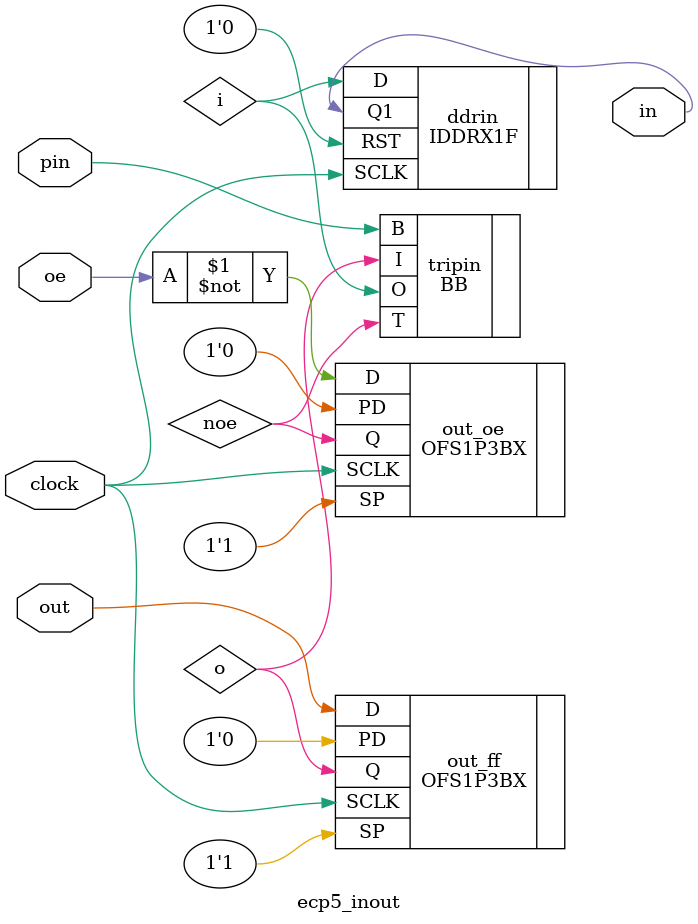
<source format=v>
module ecp5_inout(
  input  clock,
  input  oe,
  input  out,
  output in,
  inout  pin
);

  wire noe;
  wire i;
  wire o;
  // tristate pin
  BB       tripin(.I(o), .O(i), .B(pin), .T(noe));
  // output ff
  OFS1P3BX out_ff(.D(out), .Q(o),   .SCLK(clock), .PD(1'b0), .SP(1'b1));
  // output enable ff
  OFS1P3BX out_oe(.D(~oe), .Q(noe), .SCLK(clock), .PD(1'b0), .SP(1'b1));
  // input ddr
  IDDRX1F  ddrin (.D(i), .Q1(in), .SCLK(clock), .RST(1'b0));

endmodule

</source>
